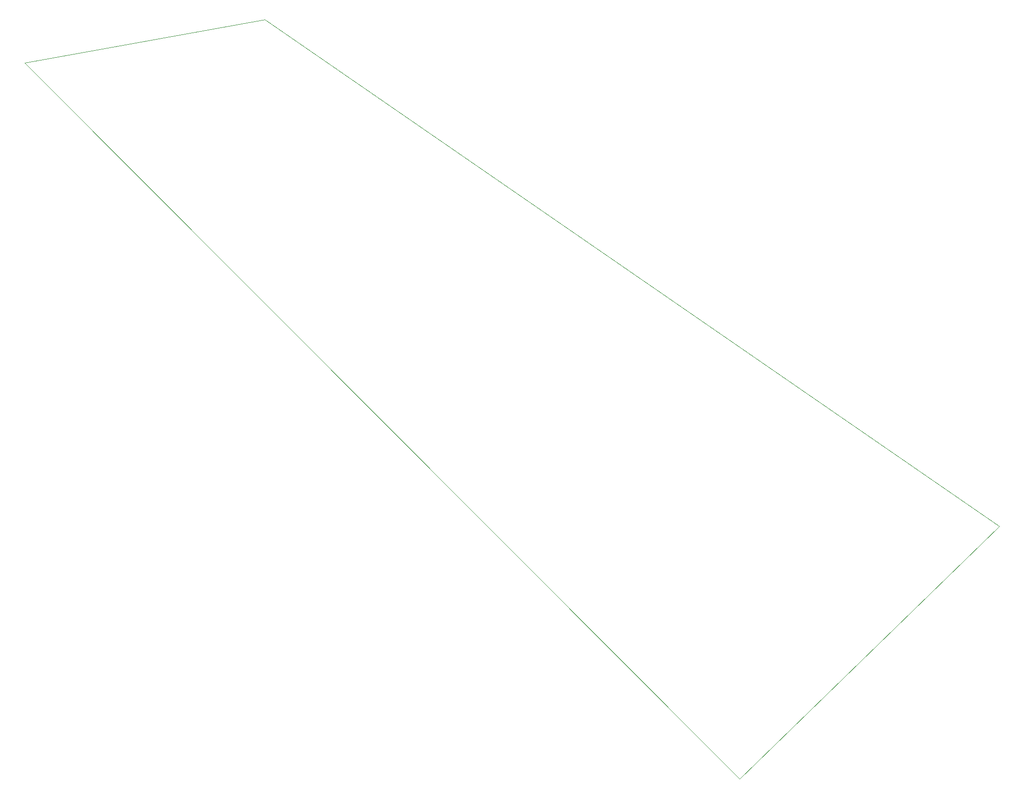
<source format=gbr>
%TF.GenerationSoftware,KiCad,Pcbnew,(7.0.0)*%
%TF.CreationDate,2023-03-03T17:04:14-06:00*%
%TF.ProjectId,LED Fan Blade,4c454420-4661-46e2-9042-6c6164652e6b,rev?*%
%TF.SameCoordinates,Original*%
%TF.FileFunction,Profile,NP*%
%FSLAX46Y46*%
G04 Gerber Fmt 4.6, Leading zero omitted, Abs format (unit mm)*
G04 Created by KiCad (PCBNEW (7.0.0)) date 2023-03-03 17:04:14*
%MOMM*%
%LPD*%
G01*
G04 APERTURE LIST*
%TA.AperFunction,Profile*%
%ADD10C,0.100000*%
%TD*%
G04 APERTURE END LIST*
D10*
X16256000Y-28702000D02*
X146304000Y-159004000D01*
X59944000Y-20828000D02*
X193548000Y-113030000D01*
X193548000Y-113030000D02*
X146304000Y-159004000D01*
X16256000Y-28702000D02*
X59944000Y-20828000D01*
M02*

</source>
